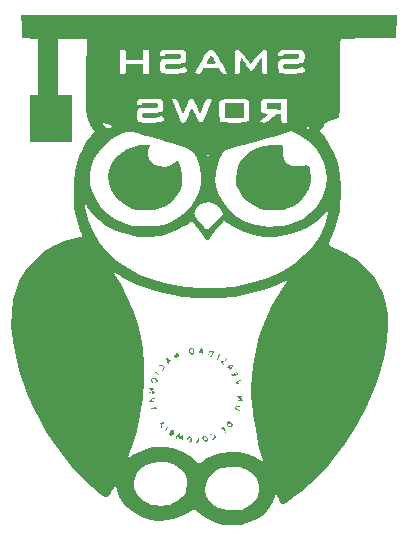
<source format=gbr>
%TF.GenerationSoftware,KiCad,Pcbnew,(6.0.7)*%
%TF.CreationDate,2022-10-18T09:36:58-05:00*%
%TF.ProjectId,ESP32,45535033-322e-46b6-9963-61645f706362,rev?*%
%TF.SameCoordinates,Original*%
%TF.FileFunction,Legend,Bot*%
%TF.FilePolarity,Positive*%
%FSLAX46Y46*%
G04 Gerber Fmt 4.6, Leading zero omitted, Abs format (unit mm)*
G04 Created by KiCad (PCBNEW (6.0.7)) date 2022-10-18 09:36:58*
%MOMM*%
%LPD*%
G01*
G04 APERTURE LIST*
%ADD10C,0.300000*%
G04 APERTURE END LIST*
D10*
%TO.C,G\u002A\u002A\u002A*%
X129457428Y-106038000D02*
X129312285Y-105965428D01*
X129094571Y-105965428D01*
X128876857Y-106038000D01*
X128731714Y-106183142D01*
X128659142Y-106328285D01*
X128586571Y-106618571D01*
X128586571Y-106836285D01*
X128659142Y-107126571D01*
X128731714Y-107271714D01*
X128876857Y-107416857D01*
X129094571Y-107489428D01*
X129239714Y-107489428D01*
X129457428Y-107416857D01*
X129530000Y-107344285D01*
X129530000Y-106836285D01*
X129239714Y-106836285D01*
X130400857Y-105965428D02*
X130400857Y-106328285D01*
X130038000Y-106183142D02*
X130400857Y-106328285D01*
X130763714Y-106183142D01*
X130183142Y-106618571D02*
X130400857Y-106328285D01*
X130618571Y-106618571D01*
X131562000Y-105965428D02*
X131562000Y-106328285D01*
X131199142Y-106183142D02*
X131562000Y-106328285D01*
X131924857Y-106183142D01*
X131344285Y-106618571D02*
X131562000Y-106328285D01*
X131779714Y-106618571D01*
X132723142Y-105965428D02*
X132723142Y-106328285D01*
X132360285Y-106183142D02*
X132723142Y-106328285D01*
X133086000Y-106183142D01*
X132505428Y-106618571D02*
X132723142Y-106328285D01*
X132940857Y-106618571D01*
G36*
X121026814Y-117626397D02*
G01*
X120985837Y-117737292D01*
X120834445Y-117762666D01*
X120745645Y-117747960D01*
X120597453Y-117639365D01*
X120535259Y-117476895D01*
X120562388Y-117404829D01*
X120667532Y-117404829D01*
X120668120Y-117559277D01*
X120671627Y-117567920D01*
X120776252Y-117670269D01*
X120894363Y-117646009D01*
X120950502Y-117508666D01*
X120929117Y-117409942D01*
X120837236Y-117339333D01*
X120807746Y-117340328D01*
X120667532Y-117404829D01*
X120562388Y-117404829D01*
X120593241Y-117322870D01*
X120621522Y-117298352D01*
X120787666Y-117256153D01*
X120939163Y-117342667D01*
X121010455Y-117508666D01*
X121019857Y-117530557D01*
X121026814Y-117626397D01*
G37*
G36*
X116486529Y-114107820D02*
G01*
X116354107Y-114167213D01*
X116341226Y-114171296D01*
X116228795Y-114216147D01*
X116248483Y-114262595D01*
X116411417Y-114345200D01*
X116556882Y-114416698D01*
X116574311Y-114440988D01*
X116448161Y-114420412D01*
X116291772Y-114393814D01*
X116129599Y-114377156D01*
X116090846Y-114371805D01*
X116023412Y-114304923D01*
X116023444Y-114303665D01*
X116093129Y-114223793D01*
X116246457Y-114133976D01*
X116409421Y-114070278D01*
X116508016Y-114068766D01*
X116486529Y-114107820D01*
G37*
G36*
X117357832Y-116175166D02*
G01*
X117334402Y-116214741D01*
X117217014Y-116257735D01*
X117178343Y-116256244D01*
X117168934Y-116321235D01*
X117182324Y-116350205D01*
X117170235Y-116492666D01*
X117155225Y-116514991D01*
X117077545Y-116575232D01*
X117052870Y-116513833D01*
X117059537Y-116456824D01*
X117025218Y-116304859D01*
X116894148Y-116289505D01*
X116881343Y-116293151D01*
X116853734Y-116280808D01*
X116957860Y-116205181D01*
X117008513Y-116175551D01*
X117213634Y-116087939D01*
X117340922Y-116086996D01*
X117357832Y-116175166D01*
G37*
G36*
X116164995Y-113557555D02*
G01*
X116178285Y-113583021D01*
X116108362Y-113614000D01*
X116063389Y-113607889D01*
X116051728Y-113557555D01*
X116064179Y-113547422D01*
X116164995Y-113557555D01*
G37*
G36*
X121549281Y-117086728D02*
G01*
X121643170Y-117170802D01*
X121673150Y-117327679D01*
X121621165Y-117477064D01*
X121560304Y-117534500D01*
X121428562Y-117590758D01*
X121401567Y-117570266D01*
X121482000Y-117501571D01*
X121582260Y-117399486D01*
X121542724Y-117250146D01*
X121503462Y-117146019D01*
X121533073Y-117085333D01*
X121549281Y-117086728D01*
G37*
G36*
X118559485Y-110360972D02*
G01*
X118611823Y-110483632D01*
X118650930Y-110615680D01*
X118622191Y-110620021D01*
X118529432Y-110481333D01*
X118408028Y-110269666D01*
X118405017Y-110502500D01*
X118402086Y-110566925D01*
X118357704Y-110712894D01*
X118272620Y-110698934D01*
X118162615Y-110523666D01*
X118117119Y-110376734D01*
X118142750Y-110312000D01*
X118189398Y-110334624D01*
X118258499Y-110460166D01*
X118265732Y-110486612D01*
X118293089Y-110535962D01*
X118307203Y-110422830D01*
X118309354Y-110392505D01*
X118360249Y-110223229D01*
X118452029Y-110210658D01*
X118559485Y-110360972D01*
G37*
G36*
X117664437Y-116492823D02*
G01*
X117664267Y-116555082D01*
X117577712Y-116696041D01*
X117575615Y-116698829D01*
X117461139Y-116832897D01*
X117397961Y-116873619D01*
X117402576Y-116813882D01*
X117475386Y-116681904D01*
X117577911Y-116551595D01*
X117661859Y-116492666D01*
X117664437Y-116492823D01*
G37*
G36*
X123515202Y-111905199D02*
G01*
X123539664Y-111931375D01*
X123570534Y-112028903D01*
X123461523Y-112138033D01*
X123324246Y-112221878D01*
X123146937Y-112243009D01*
X123035829Y-112111166D01*
X123030204Y-112096238D01*
X123012918Y-112012943D01*
X123086205Y-112068833D01*
X123199136Y-112156291D01*
X123281311Y-112153151D01*
X123268051Y-112026500D01*
X123245255Y-111960606D01*
X123258494Y-111924439D01*
X123371572Y-112005333D01*
X123447712Y-112063839D01*
X123501223Y-112077976D01*
X123467395Y-111963000D01*
X123452135Y-111920914D01*
X123440271Y-111845384D01*
X123515202Y-111905199D01*
G37*
G36*
X122866962Y-116033311D02*
G01*
X123008165Y-116138611D01*
X123112138Y-116279551D01*
X123122019Y-116399459D01*
X123098516Y-116432071D01*
X123012601Y-116492666D01*
X123001742Y-116490994D01*
X123016878Y-116436956D01*
X123022762Y-116429754D01*
X123012282Y-116326354D01*
X122922734Y-116209538D01*
X122808997Y-116154000D01*
X122797259Y-116154876D01*
X122737961Y-116224514D01*
X122755546Y-116346343D01*
X122840636Y-116436593D01*
X122878662Y-116464298D01*
X122798161Y-116485982D01*
X122710689Y-116448282D01*
X122650530Y-116312101D01*
X122658391Y-116145371D01*
X122743017Y-116021721D01*
X122745391Y-116020325D01*
X122866962Y-116033311D01*
G37*
G36*
X122030564Y-110344253D02*
G01*
X122022186Y-110441133D01*
X121936974Y-110605691D01*
X121853281Y-110724492D01*
X121765216Y-110812488D01*
X121759329Y-110755118D01*
X121846558Y-110558131D01*
X121865760Y-110522455D01*
X121964889Y-110377712D01*
X122030146Y-110343822D01*
X122030564Y-110344253D01*
G37*
G36*
X123644158Y-114726571D02*
G01*
X123838796Y-114805766D01*
X123878710Y-114837704D01*
X123859157Y-114864370D01*
X123690134Y-114840076D01*
X123548668Y-114824851D01*
X123422537Y-114862447D01*
X123445076Y-114949915D01*
X123626422Y-115053333D01*
X123769173Y-115120522D01*
X123838796Y-115183943D01*
X123802005Y-115203163D01*
X123669203Y-115181357D01*
X123505476Y-115123210D01*
X123381530Y-115049508D01*
X123373900Y-115041889D01*
X123340152Y-114908605D01*
X123415242Y-114775594D01*
X123560043Y-114715963D01*
X123644158Y-114726571D01*
G37*
G36*
X124093646Y-90330666D02*
G01*
X122479599Y-90330666D01*
X122479599Y-89060666D01*
X124093646Y-89060666D01*
X124093646Y-90330666D01*
G37*
G36*
X117239075Y-111276798D02*
G01*
X117352304Y-111371411D01*
X117362340Y-111459221D01*
X117296761Y-111625411D01*
X117231890Y-111694812D01*
X117149431Y-111751333D01*
X117143718Y-111729009D01*
X117209621Y-111628042D01*
X117225430Y-111607770D01*
X117270149Y-111457297D01*
X117179671Y-111365439D01*
X116983949Y-111366866D01*
X116847229Y-111384019D01*
X116828331Y-111331393D01*
X116881831Y-111283056D01*
X117053087Y-111245119D01*
X117239075Y-111276798D01*
G37*
G36*
X122546820Y-110701588D02*
G01*
X122607488Y-110794854D01*
X122555976Y-110906384D01*
X122410928Y-110974702D01*
X122343000Y-110986166D01*
X122265332Y-111034439D01*
X122325978Y-111144036D01*
X122369336Y-111200303D01*
X122388954Y-111242531D01*
X122288462Y-111169466D01*
X122158821Y-111032338D01*
X122177031Y-110938112D01*
X122352174Y-110904666D01*
X122508708Y-110874762D01*
X122565043Y-110796186D01*
X122477475Y-110706405D01*
X122449347Y-110688765D01*
X122498713Y-110685238D01*
X122546820Y-110701588D01*
G37*
G36*
X123838796Y-112501740D02*
G01*
X123823818Y-112544115D01*
X123711372Y-112628617D01*
X123600435Y-112706469D01*
X123615355Y-112805761D01*
X123775084Y-112876914D01*
X123839114Y-112889729D01*
X123898248Y-112910512D01*
X123796322Y-112919185D01*
X123693384Y-112914173D01*
X123473952Y-112864776D01*
X123473271Y-112864508D01*
X123391107Y-112813440D01*
X123421710Y-112741849D01*
X123580140Y-112614192D01*
X123633996Y-112576223D01*
X123780137Y-112495551D01*
X123838796Y-112501740D01*
G37*
G36*
X116547657Y-112828847D02*
G01*
X116370004Y-112825652D01*
X116237262Y-112724259D01*
X116212185Y-112575861D01*
X116294245Y-112575861D01*
X116357940Y-112687708D01*
X116503017Y-112756724D01*
X116642704Y-112714550D01*
X116655151Y-112697407D01*
X116637466Y-112588192D01*
X116530985Y-112478569D01*
X116389056Y-112428666D01*
X116325038Y-112451260D01*
X116294245Y-112575861D01*
X116212185Y-112575861D01*
X116207058Y-112545521D01*
X116225207Y-112491884D01*
X116354108Y-112381624D01*
X116536248Y-112369469D01*
X116699608Y-112466914D01*
X116765432Y-112590661D01*
X116715831Y-112697407D01*
X116703010Y-112725000D01*
X116547657Y-112828847D01*
G37*
G36*
X115645212Y-92616678D02*
G01*
X115951491Y-92628249D01*
X116109706Y-92670565D01*
X116140093Y-92756924D01*
X116062888Y-92900627D01*
X116050321Y-92920155D01*
X115970920Y-93137541D01*
X115938462Y-93400784D01*
X115941572Y-93465069D01*
X116047261Y-93798106D01*
X116274017Y-94101835D01*
X116582030Y-94334083D01*
X116931487Y-94452678D01*
X117273791Y-94472700D01*
X117751311Y-94392936D01*
X118135683Y-94179631D01*
X118179662Y-94143384D01*
X118342691Y-94020817D01*
X118433781Y-93971333D01*
X118460959Y-93991606D01*
X118553692Y-94121270D01*
X118674504Y-94331166D01*
X118791680Y-94641906D01*
X118870187Y-95113427D01*
X118876169Y-95624081D01*
X118809727Y-96111004D01*
X118670963Y-96511333D01*
X118495706Y-96806422D01*
X118032446Y-97346011D01*
X117446703Y-97775118D01*
X116750105Y-98084224D01*
X116513882Y-98135855D01*
X116115130Y-98172519D01*
X115641138Y-98176767D01*
X115640872Y-98176760D01*
X115226753Y-98156561D01*
X114913885Y-98112659D01*
X114633908Y-98030523D01*
X114318458Y-97895621D01*
X114153216Y-97813341D01*
X113577833Y-97427799D01*
X113131478Y-96962911D01*
X112816391Y-96439222D01*
X112634811Y-95877273D01*
X112588978Y-95297607D01*
X112681132Y-94720768D01*
X112913512Y-94167299D01*
X113288358Y-93657741D01*
X113807910Y-93212638D01*
X114206974Y-92990360D01*
X114695839Y-92798195D01*
X115194079Y-92665909D01*
X115630844Y-92616666D01*
X115645212Y-92616678D01*
G37*
G36*
X116405686Y-113355890D02*
G01*
X116346082Y-113359869D01*
X116286173Y-113383424D01*
X116384449Y-113451448D01*
X116468382Y-113514317D01*
X116533111Y-113618207D01*
X116516935Y-113656622D01*
X116400673Y-113698666D01*
X116339773Y-113687453D01*
X116317144Y-113619793D01*
X116300226Y-113531253D01*
X116178620Y-113410073D01*
X116093569Y-113341354D01*
X116081083Y-113317666D01*
X116193311Y-113317666D01*
X116235786Y-113360000D01*
X116278261Y-113317666D01*
X116235786Y-113275333D01*
X116193311Y-113317666D01*
X116081083Y-113317666D01*
X116042344Y-113244171D01*
X116129382Y-113211286D01*
X116336664Y-113259829D01*
X116429587Y-113295706D01*
X116461856Y-113317666D01*
X116492662Y-113338630D01*
X116405686Y-113355890D01*
G37*
G36*
X118625065Y-117027562D02*
G01*
X118656857Y-117180366D01*
X118657634Y-117224057D01*
X118687154Y-117309615D01*
X118786334Y-117252968D01*
X118803730Y-117238865D01*
X118919518Y-117177024D01*
X118958698Y-117248681D01*
X118929662Y-117466333D01*
X118918316Y-117518227D01*
X118877904Y-117625636D01*
X118845116Y-117567670D01*
X118795555Y-117466201D01*
X118692234Y-117514537D01*
X118662087Y-117537977D01*
X118589808Y-117550555D01*
X118571907Y-117418184D01*
X118569555Y-117311424D01*
X118540167Y-117276042D01*
X118447184Y-117386651D01*
X118409054Y-117434542D01*
X118332896Y-117497252D01*
X118334476Y-117421184D01*
X118415643Y-117216317D01*
X118438123Y-117169982D01*
X118544666Y-117025217D01*
X118625065Y-117027562D01*
G37*
G36*
X117985593Y-110946802D02*
G01*
X117948159Y-110954554D01*
X117820885Y-110955461D01*
X117741736Y-111094149D01*
X117736611Y-111113423D01*
X117699152Y-111209930D01*
X117654028Y-111176989D01*
X117575421Y-110999983D01*
X117526325Y-110862333D01*
X117637459Y-110862333D01*
X117679934Y-110904666D01*
X117722408Y-110862333D01*
X117679934Y-110820000D01*
X117637459Y-110862333D01*
X117526325Y-110862333D01*
X117511107Y-110819667D01*
X117507671Y-110690951D01*
X117609465Y-110692260D01*
X117825034Y-110817341D01*
X117889105Y-110862333D01*
X117897561Y-110868271D01*
X117985593Y-110946802D01*
G37*
G36*
X116674722Y-111863278D02*
G01*
X116835436Y-111960307D01*
X116923922Y-112043630D01*
X116915385Y-112084614D01*
X116826251Y-112057336D01*
X116665537Y-111960307D01*
X116577051Y-111876983D01*
X116585588Y-111836000D01*
X116674722Y-111863278D01*
G37*
G36*
X121346935Y-117113555D02*
G01*
X121360225Y-117139021D01*
X121290301Y-117170000D01*
X121245329Y-117163889D01*
X121233668Y-117113555D01*
X121246119Y-117103422D01*
X121346935Y-117113555D01*
G37*
G36*
X127052567Y-92625920D02*
G01*
X127282996Y-92664270D01*
X127400710Y-92752025D01*
X127428180Y-92900876D01*
X127387872Y-93122512D01*
X127355553Y-93276162D01*
X127360504Y-93512010D01*
X127461226Y-93770823D01*
X127584088Y-93983106D01*
X127839320Y-94248590D01*
X128174104Y-94393228D01*
X128623298Y-94437000D01*
X128866532Y-94430427D01*
X129150223Y-94405894D01*
X129334124Y-94369431D01*
X129387211Y-94354487D01*
X129530909Y-94380917D01*
X129636359Y-94532813D01*
X129710316Y-94824480D01*
X129759536Y-95270225D01*
X129773919Y-95521230D01*
X129764859Y-95810577D01*
X129708179Y-96061846D01*
X129591868Y-96352586D01*
X129345252Y-96802798D01*
X128885833Y-97350874D01*
X128310950Y-97783699D01*
X127637240Y-98086514D01*
X127440862Y-98132780D01*
X127013725Y-98175641D01*
X126472241Y-98178955D01*
X126082987Y-98160575D01*
X125745743Y-98120072D01*
X125464715Y-98047685D01*
X125179469Y-97931862D01*
X124859130Y-97759093D01*
X124354056Y-97380984D01*
X123925238Y-96928529D01*
X123619198Y-96446027D01*
X123517362Y-96214138D01*
X123445655Y-95969698D01*
X123420204Y-95700383D01*
X123428753Y-95334659D01*
X123458682Y-95005341D01*
X123599765Y-94445009D01*
X123867705Y-93956704D01*
X124283486Y-93495270D01*
X124652948Y-93190766D01*
X125172576Y-92896218D01*
X125758274Y-92716492D01*
X126451312Y-92635215D01*
X126686955Y-92625285D01*
X127052567Y-92625920D01*
G37*
G36*
X123103742Y-111511629D02*
G01*
X123042782Y-111571220D01*
X122920054Y-111652664D01*
X122844764Y-111660618D01*
X122861873Y-111582000D01*
X122848626Y-111524607D01*
X122718225Y-111487511D01*
X122689341Y-111485873D01*
X122598479Y-111469501D01*
X122670736Y-111438970D01*
X122749423Y-111406503D01*
X122769921Y-111381688D01*
X122919375Y-111381688D01*
X122989298Y-111412666D01*
X123034270Y-111406556D01*
X123045931Y-111356222D01*
X123033480Y-111346089D01*
X122932665Y-111356222D01*
X122919375Y-111381688D01*
X122769921Y-111381688D01*
X122819398Y-111321791D01*
X122823012Y-111304818D01*
X122914618Y-111252693D01*
X123065160Y-111249356D01*
X123187700Y-111299962D01*
X123189783Y-111356222D01*
X123190466Y-111374682D01*
X123103742Y-111511629D01*
G37*
G36*
X123761918Y-113877821D02*
G01*
X123814122Y-113880420D01*
X123927985Y-113899775D01*
X123896097Y-113927593D01*
X123813281Y-113953423D01*
X123790359Y-114007920D01*
X123888026Y-114129438D01*
X123903494Y-114146533D01*
X123978339Y-114245675D01*
X123934215Y-114281636D01*
X123745775Y-114281511D01*
X123693571Y-114278912D01*
X123579709Y-114259557D01*
X123611596Y-114231739D01*
X123694412Y-114205910D01*
X123717334Y-114151412D01*
X123619667Y-114029894D01*
X123604199Y-114012800D01*
X123529354Y-113913658D01*
X123573478Y-113877697D01*
X123761918Y-113877821D01*
G37*
G36*
X122353122Y-116524525D02*
G01*
X122478204Y-116660508D01*
X122488396Y-116674117D01*
X122582077Y-116852497D01*
X122546462Y-116980054D01*
X122492643Y-117029239D01*
X122406242Y-117040442D01*
X122399448Y-117001998D01*
X122482059Y-116912692D01*
X122527383Y-116876461D01*
X122517502Y-116822373D01*
X122373412Y-116821307D01*
X122349786Y-116816480D01*
X122330937Y-116725500D01*
X122324168Y-116675913D01*
X122224750Y-116646880D01*
X122213843Y-116649147D01*
X122142723Y-116646089D01*
X122208099Y-116562214D01*
X122259719Y-116519630D01*
X122353122Y-116524525D01*
G37*
G36*
X121514947Y-85340170D02*
G01*
X121579621Y-85455467D01*
X121676801Y-85638108D01*
X121715051Y-85724975D01*
X121685607Y-85737227D01*
X121530671Y-85752641D01*
X121287313Y-85758666D01*
X121076636Y-85754743D01*
X120947481Y-85723919D01*
X120926338Y-85637524D01*
X121008277Y-85466894D01*
X121188367Y-85183361D01*
X121314844Y-84989057D01*
X121514947Y-85340170D01*
G37*
G36*
X132188190Y-89311709D02*
G01*
X132174602Y-89608772D01*
X132121405Y-90368545D01*
X131569231Y-90531267D01*
X131287617Y-90622665D01*
X131079219Y-90706169D01*
X130989673Y-90763540D01*
X130976472Y-90790176D01*
X130888933Y-90934531D01*
X130829335Y-91024869D01*
X130758334Y-91132490D01*
X130755281Y-91137118D01*
X130548273Y-91441144D01*
X130921177Y-91965405D01*
X131293724Y-92531935D01*
X131713452Y-93346515D01*
X132011567Y-94203398D01*
X132209909Y-95156666D01*
X132254208Y-95521233D01*
X132280758Y-95739736D01*
X132321304Y-96800138D01*
X132253209Y-97843550D01*
X132177922Y-98278397D01*
X132080962Y-98838422D01*
X131809050Y-99753203D01*
X131441959Y-100556343D01*
X131343004Y-100754685D01*
X131277705Y-101017422D01*
X131346446Y-101191802D01*
X131551038Y-101290002D01*
X131686867Y-101336135D01*
X131951710Y-101446162D01*
X132292152Y-101599668D01*
X132667332Y-101778762D01*
X132710005Y-101799757D01*
X133098550Y-102000150D01*
X133412255Y-102188376D01*
X133698348Y-102398847D01*
X134004061Y-102665976D01*
X134376623Y-103024176D01*
X134686715Y-103335653D01*
X134975983Y-103650535D01*
X135195086Y-103930735D01*
X135271097Y-104051371D01*
X135376181Y-104218147D01*
X135551427Y-104554666D01*
X135824874Y-105184092D01*
X136105006Y-106096901D01*
X136262679Y-107054129D01*
X136298150Y-108070630D01*
X136211676Y-109161261D01*
X136003515Y-110340877D01*
X135673923Y-111624333D01*
X135236795Y-112959201D01*
X134510402Y-114706620D01*
X133631334Y-116385454D01*
X132604842Y-117985944D01*
X131436178Y-119498333D01*
X131249032Y-119718000D01*
X130705173Y-120329855D01*
X130185068Y-120866689D01*
X129637370Y-121379776D01*
X129058465Y-121879212D01*
X129010736Y-121920389D01*
X128891997Y-122019015D01*
X128418555Y-122397184D01*
X128009313Y-122699427D01*
X127679211Y-122915775D01*
X127443191Y-123036261D01*
X127316193Y-123050917D01*
X127279615Y-123016371D01*
X127171707Y-122854681D01*
X127054845Y-122623580D01*
X127038664Y-122587416D01*
X126907197Y-122328220D01*
X126811954Y-122226734D01*
X126742094Y-122278726D01*
X126686776Y-122479969D01*
X126662425Y-122576422D01*
X126519742Y-122909910D01*
X126296711Y-123283129D01*
X126028111Y-123642200D01*
X125748721Y-123933241D01*
X125618379Y-124036524D01*
X125226430Y-124281362D01*
X124762795Y-124509209D01*
X124294510Y-124689176D01*
X123888613Y-124790371D01*
X123150259Y-124848616D01*
X122318276Y-124785976D01*
X121551203Y-124584541D01*
X120865639Y-124248939D01*
X120278186Y-123783799D01*
X120084275Y-123598207D01*
X119940753Y-123491946D01*
X119834953Y-123473858D01*
X119726012Y-123524773D01*
X119154605Y-123867807D01*
X118597572Y-124143797D01*
X118081152Y-124323849D01*
X117564871Y-124421761D01*
X117008259Y-124451333D01*
X116848282Y-124448029D01*
X116131342Y-124353396D01*
X115449316Y-124139936D01*
X114824415Y-123823444D01*
X114278849Y-123419712D01*
X113834829Y-122944535D01*
X113514563Y-122413705D01*
X113340262Y-121843017D01*
X113323292Y-121751268D01*
X113269760Y-121562946D01*
X113217282Y-121488000D01*
X113171175Y-121521978D01*
X113058356Y-121668036D01*
X112919025Y-121890166D01*
X112796076Y-122102229D01*
X112634954Y-122354459D01*
X112503789Y-122478856D01*
X112366677Y-122486546D01*
X112187714Y-122388651D01*
X111930996Y-122196298D01*
X111219642Y-121607657D01*
X110842154Y-121248453D01*
X114734974Y-121248453D01*
X114786945Y-121715441D01*
X114993913Y-122178156D01*
X115277783Y-122543994D01*
X115625594Y-122818557D01*
X116088843Y-123040305D01*
X116245527Y-123087718D01*
X116625886Y-123149103D01*
X117061391Y-123173724D01*
X117479559Y-123158968D01*
X117807908Y-123102225D01*
X117930802Y-123061227D01*
X118412142Y-122813735D01*
X118866529Y-122424989D01*
X118911534Y-122378361D01*
X119073754Y-122192493D01*
X119165844Y-122022913D01*
X119206767Y-121832990D01*
X120776618Y-121832990D01*
X120861761Y-122282395D01*
X120877568Y-122320150D01*
X121051589Y-122596638D01*
X121316489Y-122897798D01*
X121622944Y-123172952D01*
X121921630Y-123371416D01*
X121951649Y-123385983D01*
X122271077Y-123486044D01*
X122687638Y-123553855D01*
X123138596Y-123584773D01*
X123561217Y-123574153D01*
X123892764Y-123517350D01*
X124184295Y-123396907D01*
X124584173Y-123145519D01*
X124932614Y-122835380D01*
X125171914Y-122511849D01*
X125236662Y-122375831D01*
X125365756Y-121879212D01*
X125334542Y-121391956D01*
X125149964Y-120933705D01*
X124818967Y-120524103D01*
X124348495Y-120182790D01*
X124160987Y-120082236D01*
X123955501Y-119995445D01*
X123741791Y-119947145D01*
X123465995Y-119926305D01*
X123074248Y-119921900D01*
X123049775Y-119921922D01*
X122640933Y-119930013D01*
X122350209Y-119958013D01*
X122128681Y-120013732D01*
X121927425Y-120104981D01*
X121814993Y-120169281D01*
X121375394Y-120510286D01*
X121046853Y-120919517D01*
X120842788Y-121369558D01*
X120838413Y-121400202D01*
X120776618Y-121832990D01*
X119206767Y-121832990D01*
X119212205Y-121807754D01*
X119237239Y-121485153D01*
X119241477Y-121400202D01*
X119232432Y-120964482D01*
X119148666Y-120628611D01*
X118969432Y-120339515D01*
X118673985Y-120044118D01*
X118597257Y-119979597D01*
X118074837Y-119664414D01*
X117472119Y-119496799D01*
X116785929Y-119475797D01*
X116339156Y-119544491D01*
X115813678Y-119734957D01*
X115377352Y-120020445D01*
X115043347Y-120381096D01*
X114824831Y-120797052D01*
X114734974Y-121248453D01*
X110842154Y-121248453D01*
X110340999Y-120771571D01*
X109471137Y-119830670D01*
X108639384Y-118817015D01*
X107875071Y-117762666D01*
X107356145Y-116965219D01*
X106775698Y-115968318D01*
X106268902Y-114955048D01*
X105810711Y-113874422D01*
X105376081Y-112675455D01*
X105161136Y-112010774D01*
X104773323Y-110583437D01*
X104519518Y-109250453D01*
X104399300Y-108005621D01*
X104412245Y-106842738D01*
X104557933Y-105755599D01*
X104835941Y-104738003D01*
X104840116Y-104726085D01*
X105157915Y-103980656D01*
X105471359Y-103468318D01*
X113092990Y-103468318D01*
X113099718Y-103497231D01*
X113172875Y-103642045D01*
X113308665Y-103878444D01*
X113488706Y-104173666D01*
X113642358Y-104426860D01*
X114201873Y-105480564D01*
X114694596Y-106617799D01*
X115096399Y-107778346D01*
X115383156Y-108901987D01*
X115544465Y-109919301D01*
X115640260Y-111239034D01*
X115630330Y-112627978D01*
X115517434Y-114053756D01*
X115304329Y-115483993D01*
X114993775Y-116886310D01*
X114588530Y-118228333D01*
X114554866Y-118324870D01*
X114438932Y-118651068D01*
X114341179Y-118917189D01*
X114279911Y-119073129D01*
X114268385Y-119103497D01*
X114285902Y-119145013D01*
X114401614Y-119089270D01*
X114631042Y-118929936D01*
X115004540Y-118697566D01*
X115632836Y-118427030D01*
X116311076Y-118249674D01*
X116974677Y-118186000D01*
X117600087Y-118234208D01*
X118288608Y-118390266D01*
X118934525Y-118638865D01*
X119497434Y-118964125D01*
X119936930Y-119350166D01*
X120002926Y-119421734D01*
X120155248Y-119564092D01*
X120247071Y-119616614D01*
X120313977Y-119585942D01*
X120488357Y-119479954D01*
X120717941Y-119325972D01*
X120956106Y-119170674D01*
X121537375Y-118884725D01*
X122170632Y-118709495D01*
X122904889Y-118629373D01*
X123063201Y-118622565D01*
X123438757Y-118617911D01*
X123738042Y-118642788D01*
X124030117Y-118705910D01*
X124384047Y-118815991D01*
X124456524Y-118840730D01*
X124800594Y-118970460D01*
X125097117Y-119100484D01*
X125288594Y-119206010D01*
X125408855Y-119286378D01*
X125587220Y-119367397D01*
X125656182Y-119321372D01*
X125618240Y-119147861D01*
X125613270Y-119134676D01*
X125511529Y-118813067D01*
X125396016Y-118369380D01*
X125276148Y-117846856D01*
X125161345Y-117288735D01*
X125061023Y-116738259D01*
X124984601Y-116238666D01*
X124941143Y-115917956D01*
X124877348Y-115461557D01*
X124817891Y-115050963D01*
X124771500Y-114747238D01*
X124750950Y-114604326D01*
X124700656Y-113927652D01*
X124702945Y-113138561D01*
X124753995Y-112274867D01*
X124849986Y-111374383D01*
X124987097Y-110474924D01*
X125161506Y-109614302D01*
X125369393Y-108830333D01*
X125836347Y-107526685D01*
X126481179Y-106173241D01*
X127285211Y-104845337D01*
X127817824Y-104051371D01*
X127251220Y-104334508D01*
X127070799Y-104421420D01*
X126263627Y-104750432D01*
X125337348Y-105046957D01*
X124331751Y-105299341D01*
X123286623Y-105495928D01*
X122925771Y-105537603D01*
X122395863Y-105572112D01*
X121775595Y-105593393D01*
X121106838Y-105601408D01*
X120431458Y-105596117D01*
X119791326Y-105577484D01*
X119228311Y-105545470D01*
X118784281Y-105500037D01*
X118575629Y-105469303D01*
X117252671Y-105208860D01*
X116003219Y-104849081D01*
X114853868Y-104398735D01*
X113831211Y-103866593D01*
X113635275Y-103750775D01*
X113364037Y-103597050D01*
X113172438Y-103497051D01*
X113092990Y-103468318D01*
X105471359Y-103468318D01*
X105573924Y-103300672D01*
X106121213Y-102631945D01*
X106705912Y-102056231D01*
X107354060Y-101563609D01*
X108103885Y-101135299D01*
X108330949Y-101029095D01*
X108714133Y-100872603D01*
X109125768Y-100724588D01*
X109528871Y-100596548D01*
X109886454Y-100499981D01*
X110161532Y-100446385D01*
X110317119Y-100447258D01*
X110325156Y-100450330D01*
X110377442Y-100465495D01*
X110401213Y-100445303D01*
X110390469Y-100365030D01*
X110339204Y-100199956D01*
X110241416Y-99925357D01*
X110091102Y-99516513D01*
X109910526Y-98968617D01*
X109774557Y-98388901D01*
X109693775Y-97776902D01*
X109691176Y-97719686D01*
X110623288Y-97719686D01*
X110655948Y-97934404D01*
X110716309Y-98229762D01*
X110795030Y-98563625D01*
X110882768Y-98893860D01*
X110970178Y-99178333D01*
X111280364Y-99939157D01*
X111813594Y-100859447D01*
X112486898Y-101693562D01*
X113294648Y-102437721D01*
X114231216Y-103088142D01*
X115290975Y-103641043D01*
X116468296Y-104092643D01*
X117757551Y-104439160D01*
X119153112Y-104676812D01*
X120438706Y-104780302D01*
X121846826Y-104766472D01*
X123237099Y-104624896D01*
X124581882Y-104359790D01*
X125853534Y-103975374D01*
X127024415Y-103475864D01*
X127370662Y-103293609D01*
X128332471Y-102679463D01*
X129180698Y-101968743D01*
X129902683Y-101174735D01*
X130485769Y-100310725D01*
X130917297Y-99390000D01*
X131017907Y-99100956D01*
X131119030Y-98761969D01*
X131186963Y-98475974D01*
X131213537Y-98278397D01*
X131190585Y-98204666D01*
X131150694Y-98229265D01*
X131021435Y-98348883D01*
X130845115Y-98534437D01*
X130206847Y-99134173D01*
X129427397Y-99657789D01*
X128575219Y-100048567D01*
X127670172Y-100304126D01*
X126732117Y-100422081D01*
X125780913Y-100400050D01*
X124836421Y-100235648D01*
X123918502Y-99926494D01*
X123047015Y-99470204D01*
X122889122Y-99371250D01*
X122622029Y-99206959D01*
X122430888Y-99093599D01*
X122349283Y-99051333D01*
X122347158Y-99052172D01*
X122276177Y-99129218D01*
X122126158Y-99313317D01*
X121917594Y-99578825D01*
X121670979Y-99900101D01*
X121640917Y-99939483D01*
X121393015Y-100250322D01*
X121178633Y-100495810D01*
X121019818Y-100652016D01*
X120938616Y-100695012D01*
X120863668Y-100617900D01*
X120708501Y-100430202D01*
X120498695Y-100162387D01*
X120257696Y-99843768D01*
X119664209Y-99046382D01*
X119402311Y-99266021D01*
X119230914Y-99393036D01*
X118858394Y-99617598D01*
X118414294Y-99843933D01*
X117954989Y-100044111D01*
X117536853Y-100190205D01*
X117023475Y-100314020D01*
X116063961Y-100424856D01*
X115094388Y-100392662D01*
X114145696Y-100221740D01*
X113248825Y-99916391D01*
X112434716Y-99480917D01*
X112211379Y-99325970D01*
X111768244Y-98970721D01*
X111360692Y-98585588D01*
X111026476Y-98207750D01*
X110803349Y-97874386D01*
X110777353Y-97825778D01*
X110681650Y-97673627D01*
X110626551Y-97628648D01*
X110623288Y-97719686D01*
X109691176Y-97719686D01*
X109662494Y-97088376D01*
X109675026Y-96279079D01*
X109718568Y-95534862D01*
X109752099Y-95261772D01*
X111039877Y-95261772D01*
X111080393Y-95991651D01*
X111267956Y-96711201D01*
X111605717Y-97401892D01*
X112096826Y-98045196D01*
X112580669Y-98505334D01*
X113190146Y-98927954D01*
X113910723Y-99274453D01*
X114165243Y-99368414D01*
X114415165Y-99434886D01*
X114700388Y-99478719D01*
X115065775Y-99506767D01*
X115556188Y-99525887D01*
X115949678Y-99533882D01*
X116437109Y-99526705D01*
X116810948Y-99494182D01*
X117104440Y-99434348D01*
X117523674Y-99298139D01*
X118287009Y-98941603D01*
X118950945Y-98484070D01*
X119014749Y-98421818D01*
X119884722Y-98421818D01*
X119895867Y-98539283D01*
X119967678Y-98677300D01*
X120117093Y-98871613D01*
X120361047Y-99157967D01*
X120496612Y-99313798D01*
X120709833Y-99552668D01*
X120867017Y-99720620D01*
X120941312Y-99788478D01*
X120995578Y-99758904D01*
X121151670Y-99633731D01*
X121380244Y-99432367D01*
X121653974Y-99178212D01*
X122314971Y-98550468D01*
X122195859Y-98271734D01*
X122115898Y-98114875D01*
X121849757Y-97802867D01*
X121513281Y-97600706D01*
X121139456Y-97508721D01*
X120761268Y-97527241D01*
X120411705Y-97656595D01*
X120123754Y-97897114D01*
X119930401Y-98249124D01*
X119917305Y-98289160D01*
X119884722Y-98421818D01*
X119014749Y-98421818D01*
X119506951Y-97941592D01*
X119946493Y-97330220D01*
X120261039Y-96666006D01*
X120442056Y-95964999D01*
X120465369Y-95533070D01*
X121657070Y-95533070D01*
X121707499Y-96094076D01*
X121710962Y-96110524D01*
X121957519Y-96872276D01*
X122351110Y-97572069D01*
X122875449Y-98193752D01*
X123307494Y-98550468D01*
X123514253Y-98721178D01*
X124251235Y-99138196D01*
X125070112Y-99428657D01*
X125204302Y-99458853D01*
X125674113Y-99521454D01*
X126224312Y-99549240D01*
X126793217Y-99542303D01*
X127319143Y-99500735D01*
X127740405Y-99424631D01*
X128274713Y-99248105D01*
X129037694Y-98868815D01*
X129712979Y-98374021D01*
X130276838Y-97782230D01*
X130705542Y-97111951D01*
X130894142Y-96693837D01*
X131065564Y-96112943D01*
X131117171Y-95521233D01*
X131058827Y-94855699D01*
X130886716Y-94165952D01*
X130549877Y-93452255D01*
X130071982Y-92813561D01*
X129464966Y-92265482D01*
X128740762Y-91823627D01*
X128082283Y-91499351D01*
X126873751Y-91841608D01*
X126571040Y-91927082D01*
X125995195Y-92088828D01*
X125351410Y-92268863D01*
X124698373Y-92450786D01*
X124094775Y-92618198D01*
X124071283Y-92624702D01*
X123577067Y-92764560D01*
X123137343Y-92894505D01*
X122779503Y-93006013D01*
X122530939Y-93090560D01*
X122419043Y-93139622D01*
X122416794Y-93141554D01*
X122327480Y-93263253D01*
X122197392Y-93490231D01*
X122187092Y-93510663D01*
X122053869Y-93774928D01*
X121862026Y-94268202D01*
X121711502Y-94904878D01*
X121682182Y-95243252D01*
X121657070Y-95533070D01*
X120465369Y-95533070D01*
X120481012Y-95243252D01*
X120369375Y-94516816D01*
X120098612Y-93801742D01*
X120070449Y-93745725D01*
X119927292Y-93474556D01*
X119916593Y-93458336D01*
X120950502Y-93458336D01*
X120953743Y-93482090D01*
X121035452Y-93590333D01*
X121079219Y-93598298D01*
X121120402Y-93510663D01*
X121110005Y-93447582D01*
X121035452Y-93378666D01*
X121015297Y-93380947D01*
X120950502Y-93458336D01*
X119916593Y-93458336D01*
X119791762Y-93269079D01*
X119635391Y-93110491D01*
X119429709Y-92979988D01*
X119146247Y-92858768D01*
X118756536Y-92728028D01*
X118232107Y-92568963D01*
X117949929Y-92484886D01*
X117516514Y-92356391D01*
X117150017Y-92248522D01*
X116882365Y-92170660D01*
X116745485Y-92132186D01*
X116728398Y-92127655D01*
X116557314Y-92079426D01*
X116266776Y-91995441D01*
X115892759Y-91886150D01*
X115471238Y-91762006D01*
X115109042Y-91656558D01*
X114706516Y-91553754D01*
X114391289Y-91508543D01*
X114119526Y-91525155D01*
X113847390Y-91607820D01*
X113531045Y-91760766D01*
X113126654Y-91988224D01*
X112932750Y-92105946D01*
X112285283Y-92609539D01*
X111769112Y-93195447D01*
X111387387Y-93845141D01*
X111143259Y-94540092D01*
X111039877Y-95261772D01*
X109752099Y-95261772D01*
X109805823Y-94824220D01*
X109943782Y-94193820D01*
X110142633Y-93598261D01*
X110412562Y-92992146D01*
X110447495Y-92922612D01*
X110659606Y-92537417D01*
X110891900Y-92162465D01*
X111100041Y-91870115D01*
X111450890Y-91430937D01*
X111231131Y-91170639D01*
X111188885Y-91118758D01*
X111062128Y-90934768D01*
X111011347Y-90812207D01*
X112119677Y-90812207D01*
X112162249Y-90901466D01*
X112285934Y-91050667D01*
X112364285Y-91132867D01*
X112490579Y-91234985D01*
X112608522Y-91232983D01*
X112719043Y-91177333D01*
X129403010Y-91177333D01*
X129420421Y-91202948D01*
X129487960Y-91262000D01*
X129500248Y-91258015D01*
X129572910Y-91177333D01*
X129579714Y-91132490D01*
X129487960Y-91092666D01*
X129423183Y-91105604D01*
X129403010Y-91177333D01*
X112719043Y-91177333D01*
X112793044Y-91140072D01*
X112902517Y-91074699D01*
X112923837Y-91024869D01*
X112823445Y-90974282D01*
X112580669Y-90899525D01*
X112420474Y-90855375D01*
X112216997Y-90810855D01*
X112122464Y-90807119D01*
X112119677Y-90812207D01*
X111011347Y-90812207D01*
X111010848Y-90811003D01*
X111010451Y-90803397D01*
X110964025Y-90657926D01*
X110864043Y-90457666D01*
X110837126Y-90405241D01*
X110804939Y-90313892D01*
X110787141Y-90225563D01*
X115004531Y-90225563D01*
X115031935Y-90485210D01*
X115105954Y-90652400D01*
X115123867Y-90665704D01*
X115306715Y-90714459D01*
X115652778Y-90744040D01*
X116157425Y-90754000D01*
X116346024Y-90753053D01*
X116769530Y-90737913D01*
X117053197Y-90698319D01*
X117218766Y-90626580D01*
X117287977Y-90515005D01*
X117282569Y-90355900D01*
X117281809Y-90352247D01*
X117202769Y-90245880D01*
X117063894Y-90179191D01*
X116931751Y-90170996D01*
X116872910Y-90240111D01*
X116872482Y-90244051D01*
X116779045Y-90290855D01*
X116533250Y-90320384D01*
X116150837Y-90330666D01*
X115803939Y-90328777D01*
X115589343Y-90316527D01*
X115477707Y-90284054D01*
X115435393Y-90221498D01*
X115428763Y-90119000D01*
X115428911Y-90087162D01*
X115440594Y-89999728D01*
X115494052Y-89946539D01*
X115621315Y-89919084D01*
X115854416Y-89908852D01*
X116225385Y-89907333D01*
X116231302Y-89907332D01*
X116626900Y-89901087D01*
X116887327Y-89879139D01*
X117046564Y-89836276D01*
X117138595Y-89767286D01*
X117191209Y-89668038D01*
X117238119Y-89435463D01*
X117240917Y-89169165D01*
X117200914Y-88935228D01*
X117119419Y-88799737D01*
X117050481Y-88778466D01*
X116831155Y-88750407D01*
X116512056Y-88730917D01*
X116135667Y-88723296D01*
X116131279Y-88723290D01*
X115707680Y-88728953D01*
X115421845Y-88750029D01*
X115242283Y-88790675D01*
X115137506Y-88855047D01*
X115118444Y-88875218D01*
X115025050Y-89031842D01*
X115009912Y-89170341D01*
X115082016Y-89230000D01*
X115132548Y-89235705D01*
X115294390Y-89281391D01*
X115378100Y-89292349D01*
X115428763Y-89196725D01*
X115428767Y-89195598D01*
X115455718Y-89126990D01*
X115556712Y-89085888D01*
X115763632Y-89065908D01*
X116108362Y-89060666D01*
X116394771Y-89061951D01*
X116618788Y-89072960D01*
X116735882Y-89104496D01*
X116780718Y-89167355D01*
X116787960Y-89272333D01*
X116787935Y-89288344D01*
X116779096Y-89383207D01*
X116731655Y-89441044D01*
X116612789Y-89471015D01*
X116389672Y-89482280D01*
X116029480Y-89484000D01*
X115776080Y-89486693D01*
X115456266Y-89505910D01*
X115254245Y-89547745D01*
X115137506Y-89617047D01*
X115081067Y-89707938D01*
X115021618Y-89943220D01*
X115004531Y-90225563D01*
X110787141Y-90225563D01*
X110779559Y-90187938D01*
X110760418Y-90010540D01*
X110746949Y-89764859D01*
X110738583Y-89434055D01*
X110734753Y-89001290D01*
X110734822Y-88722000D01*
X117990069Y-88722000D01*
X118333329Y-89589833D01*
X118447693Y-89881206D01*
X118576168Y-90214503D01*
X118671617Y-90469155D01*
X118687548Y-90515005D01*
X118719106Y-90605833D01*
X118780507Y-90694653D01*
X118952842Y-90754000D01*
X119057541Y-90730461D01*
X119152484Y-90637269D01*
X119255402Y-90443689D01*
X119387315Y-90119000D01*
X119421716Y-90030603D01*
X119538127Y-89752088D01*
X119632133Y-89557310D01*
X119685988Y-89484000D01*
X119694387Y-89488387D01*
X119761649Y-89593114D01*
X119866504Y-89808921D01*
X119990138Y-90097833D01*
X120036613Y-90210106D01*
X120178395Y-90508448D01*
X120299327Y-90675762D01*
X120416460Y-90737634D01*
X120474310Y-90737623D01*
X120535741Y-90706134D01*
X120603794Y-90624241D01*
X120687307Y-90473920D01*
X120795114Y-90237144D01*
X120936054Y-89895888D01*
X121118963Y-89432126D01*
X121134450Y-89392082D01*
X121972334Y-89392082D01*
X121983408Y-89797258D01*
X121995903Y-90062875D01*
X122026321Y-90384919D01*
X122072749Y-90579105D01*
X122139800Y-90671210D01*
X122144347Y-90673869D01*
X122299123Y-90711902D01*
X122573437Y-90737620D01*
X122925982Y-90751363D01*
X123315453Y-90753472D01*
X123700542Y-90744289D01*
X124039943Y-90724155D01*
X124142477Y-90711666D01*
X125330396Y-90711666D01*
X125658834Y-90738678D01*
X125818781Y-90743160D01*
X125981931Y-90704489D01*
X126151790Y-90591846D01*
X126381337Y-90378845D01*
X126524075Y-90245898D01*
X126791103Y-90053422D01*
X127006096Y-89992000D01*
X127080611Y-89993839D01*
X127185831Y-90027232D01*
X127228664Y-90138380D01*
X127236790Y-90373000D01*
X127238230Y-90516736D01*
X127260705Y-90679185D01*
X127334928Y-90742955D01*
X127491639Y-90754000D01*
X127746489Y-90754000D01*
X127746489Y-88722000D01*
X126748328Y-88723296D01*
X126372079Y-88729435D01*
X126017520Y-88746966D01*
X125754722Y-88773056D01*
X125622743Y-88804874D01*
X125582448Y-88842598D01*
X125516357Y-89027254D01*
X125495318Y-89357000D01*
X125510642Y-89644463D01*
X125542200Y-89738000D01*
X125582246Y-89856698D01*
X125735375Y-89961605D01*
X125994877Y-89990703D01*
X126054412Y-89991571D01*
X126141345Y-90005643D01*
X126134303Y-90055092D01*
X126019960Y-90162846D01*
X125784991Y-90351833D01*
X125330396Y-90711666D01*
X124142477Y-90711666D01*
X124292350Y-90693411D01*
X124416455Y-90652400D01*
X124421145Y-90647209D01*
X124474004Y-90490375D01*
X124507005Y-90182061D01*
X124518395Y-89738000D01*
X124518330Y-89700545D01*
X124505268Y-89266065D01*
X124470725Y-88968506D01*
X124416455Y-88823600D01*
X124384471Y-88803213D01*
X124181941Y-88758027D01*
X123812727Y-88730990D01*
X123275700Y-88722000D01*
X122821321Y-88724090D01*
X122450775Y-88743340D01*
X122204654Y-88799753D01*
X122168624Y-88827833D01*
X122058907Y-88913341D01*
X121989484Y-89104113D01*
X121972334Y-89392082D01*
X121134450Y-89392082D01*
X121352676Y-88827833D01*
X121321985Y-88750330D01*
X121134833Y-88722000D01*
X121052446Y-88724716D01*
X120943070Y-88755962D01*
X120855217Y-88848996D01*
X120763212Y-89036571D01*
X120641379Y-89351438D01*
X120608446Y-89438039D01*
X120496085Y-89708768D01*
X120405505Y-89890747D01*
X120353832Y-89948421D01*
X120348306Y-89943279D01*
X120285726Y-89831235D01*
X120185351Y-89609309D01*
X120066142Y-89318983D01*
X119966625Y-89077526D01*
X119855091Y-88859614D01*
X119755363Y-88751304D01*
X119645904Y-88722000D01*
X119551439Y-88743013D01*
X119455293Y-88835319D01*
X119350949Y-89029399D01*
X119218014Y-89355437D01*
X119182125Y-89447082D01*
X119065852Y-89716589D01*
X118971135Y-89896610D01*
X118915711Y-89952133D01*
X118910814Y-89947864D01*
X118850474Y-89835989D01*
X118758326Y-89611946D01*
X118652240Y-89318696D01*
X118622205Y-89231450D01*
X118519336Y-88957654D01*
X118434305Y-88804107D01*
X118342484Y-88736870D01*
X118219242Y-88722000D01*
X117990069Y-88722000D01*
X110734822Y-88722000D01*
X110734889Y-88449724D01*
X110738424Y-87762518D01*
X110744791Y-86922833D01*
X110747407Y-86605333D01*
X113559867Y-86605333D01*
X113814716Y-86605333D01*
X113940567Y-86600579D01*
X114029764Y-86557569D01*
X114063998Y-86432602D01*
X114069566Y-86182000D01*
X114069566Y-85758666D01*
X115513713Y-85758666D01*
X115513713Y-86182000D01*
X115516574Y-86391052D01*
X115542467Y-86539217D01*
X115617698Y-86596084D01*
X115768562Y-86605333D01*
X116023412Y-86605333D01*
X116023412Y-86076897D01*
X116958377Y-86076897D01*
X116985781Y-86336543D01*
X117059800Y-86503733D01*
X117077713Y-86517037D01*
X117260561Y-86565792D01*
X117606624Y-86595373D01*
X118111271Y-86605333D01*
X118299871Y-86604387D01*
X118723376Y-86589246D01*
X119007044Y-86549652D01*
X119009777Y-86548468D01*
X119931104Y-86548468D01*
X120001106Y-86588198D01*
X120175647Y-86605333D01*
X120237501Y-86603004D01*
X120409435Y-86538601D01*
X120525753Y-86351333D01*
X120575841Y-86240476D01*
X120644880Y-86158250D01*
X120763089Y-86115695D01*
X120970710Y-86099746D01*
X121307987Y-86097333D01*
X121608461Y-86098850D01*
X121830439Y-86111952D01*
X121956677Y-86149695D01*
X122026905Y-86225136D01*
X122080853Y-86351333D01*
X122105842Y-86412012D01*
X122223384Y-86564657D01*
X122413273Y-86605333D01*
X123329097Y-86605333D01*
X123538036Y-86605333D01*
X123622455Y-86601006D01*
X123693999Y-86564671D01*
X123734916Y-86461960D01*
X123756901Y-86258572D01*
X123771648Y-85920208D01*
X123796322Y-85235083D01*
X124218863Y-85793208D01*
X124285334Y-85879995D01*
X124478692Y-86120478D01*
X124627704Y-86288276D01*
X124704477Y-86351333D01*
X124720416Y-86343846D01*
X124824626Y-86242147D01*
X124992125Y-86046370D01*
X125195146Y-85788373D01*
X125622743Y-85225413D01*
X125622743Y-85915373D01*
X125624203Y-86219015D01*
X125635631Y-86439380D01*
X125667568Y-86554399D01*
X125730551Y-86598305D01*
X125835118Y-86605333D01*
X126047492Y-86605333D01*
X126047492Y-86076897D01*
X126982458Y-86076897D01*
X127009861Y-86336543D01*
X127083880Y-86503733D01*
X127101793Y-86517037D01*
X127284642Y-86565792D01*
X127630705Y-86595373D01*
X128135351Y-86605333D01*
X128323951Y-86604387D01*
X128747456Y-86589246D01*
X129031124Y-86549652D01*
X129196693Y-86477914D01*
X129265903Y-86366338D01*
X129260495Y-86207233D01*
X129259736Y-86203580D01*
X129180696Y-86097213D01*
X129041820Y-86030524D01*
X128909677Y-86022329D01*
X128850837Y-86091444D01*
X128850408Y-86095385D01*
X128756971Y-86142188D01*
X128511177Y-86171718D01*
X128128763Y-86182000D01*
X127781866Y-86180111D01*
X127567270Y-86167860D01*
X127455633Y-86135387D01*
X127413319Y-86072832D01*
X127406689Y-85970333D01*
X127406837Y-85938495D01*
X127418520Y-85851061D01*
X127471978Y-85797872D01*
X127599242Y-85770417D01*
X127832342Y-85760185D01*
X128203311Y-85758666D01*
X128209228Y-85758665D01*
X128604827Y-85752421D01*
X128865253Y-85730472D01*
X129024491Y-85687609D01*
X129116522Y-85618619D01*
X129169135Y-85519372D01*
X129216045Y-85286796D01*
X129218844Y-85020498D01*
X129178840Y-84786561D01*
X129097345Y-84651070D01*
X129028407Y-84629799D01*
X128809081Y-84601741D01*
X128489982Y-84582250D01*
X128113593Y-84574629D01*
X128109206Y-84574623D01*
X127685607Y-84580286D01*
X127399771Y-84601362D01*
X127220209Y-84642008D01*
X127115433Y-84706380D01*
X127096370Y-84726552D01*
X127002976Y-84883175D01*
X126987838Y-85021674D01*
X127059942Y-85081333D01*
X127110474Y-85087039D01*
X127272317Y-85132725D01*
X127356027Y-85143683D01*
X127406689Y-85048058D01*
X127406693Y-85046931D01*
X127433645Y-84978324D01*
X127534639Y-84937221D01*
X127741559Y-84917241D01*
X128086288Y-84912000D01*
X128372697Y-84913284D01*
X128596714Y-84924294D01*
X128713809Y-84955830D01*
X128758645Y-85018688D01*
X128765887Y-85123666D01*
X128765861Y-85139677D01*
X128757022Y-85234540D01*
X128709582Y-85292377D01*
X128590715Y-85322348D01*
X128367598Y-85333613D01*
X128007406Y-85335333D01*
X127754006Y-85338026D01*
X127434193Y-85357243D01*
X127232172Y-85399078D01*
X127115433Y-85468380D01*
X127058994Y-85559271D01*
X126999544Y-85794553D01*
X126982458Y-86076897D01*
X126047492Y-86076897D01*
X126047492Y-85589333D01*
X126046553Y-85164416D01*
X126039981Y-84876367D01*
X126022142Y-84701456D01*
X125987402Y-84611462D01*
X125930128Y-84578161D01*
X125844686Y-84573333D01*
X125791882Y-84579777D01*
X125635479Y-84661200D01*
X125432334Y-84850529D01*
X125161426Y-85166000D01*
X125054993Y-85296616D01*
X124858618Y-85533597D01*
X124718199Y-85697471D01*
X124658812Y-85758666D01*
X124644674Y-85746082D01*
X124550015Y-85633818D01*
X124388484Y-85430253D01*
X124184577Y-85166000D01*
X124062939Y-85010021D01*
X123839629Y-84753960D01*
X123669671Y-84615125D01*
X123530799Y-84573333D01*
X123447089Y-84578033D01*
X123389672Y-84610957D01*
X123354766Y-84700328D01*
X123336771Y-84874366D01*
X123330082Y-85161294D01*
X123329097Y-85589333D01*
X123329097Y-86605333D01*
X122413273Y-86605333D01*
X122575980Y-86592594D01*
X122649499Y-86559293D01*
X122647620Y-86552295D01*
X122591311Y-86438797D01*
X122468390Y-86213744D01*
X122294707Y-85905716D01*
X122086109Y-85543293D01*
X121940759Y-85294740D01*
X121745392Y-84973212D01*
X121601336Y-84763490D01*
X121489461Y-84642391D01*
X121390639Y-84586734D01*
X121285738Y-84573333D01*
X121226239Y-84576844D01*
X121126505Y-84610762D01*
X121022327Y-84699999D01*
X120894384Y-84867839D01*
X120723359Y-85137567D01*
X120489930Y-85532468D01*
X120449598Y-85601840D01*
X120246780Y-85955497D01*
X120082081Y-86250566D01*
X120020353Y-86366338D01*
X119971518Y-86457929D01*
X119931104Y-86548468D01*
X119009777Y-86548468D01*
X119172612Y-86477914D01*
X119241823Y-86366338D01*
X119236415Y-86207233D01*
X119235655Y-86203580D01*
X119156616Y-86097213D01*
X119017740Y-86030524D01*
X118885597Y-86022329D01*
X118826756Y-86091444D01*
X118826328Y-86095385D01*
X118732891Y-86142188D01*
X118487096Y-86171718D01*
X118104683Y-86182000D01*
X117757786Y-86180111D01*
X117543190Y-86167860D01*
X117431553Y-86135387D01*
X117389239Y-86072832D01*
X117382609Y-85970333D01*
X117382757Y-85938495D01*
X117394440Y-85851061D01*
X117447898Y-85797872D01*
X117575161Y-85770417D01*
X117808262Y-85760185D01*
X118179231Y-85758666D01*
X118185148Y-85758665D01*
X118580746Y-85752421D01*
X118841173Y-85730472D01*
X119000411Y-85687609D01*
X119092442Y-85618619D01*
X119145055Y-85519372D01*
X119191965Y-85286796D01*
X119194763Y-85020498D01*
X119154760Y-84786561D01*
X119073265Y-84651070D01*
X119004327Y-84629799D01*
X118785001Y-84601741D01*
X118465902Y-84582250D01*
X118089513Y-84574629D01*
X118085125Y-84574623D01*
X117661527Y-84580286D01*
X117375691Y-84601362D01*
X117196129Y-84642008D01*
X117091353Y-84706380D01*
X117072290Y-84726552D01*
X116978896Y-84883175D01*
X116963758Y-85021674D01*
X117035862Y-85081333D01*
X117086394Y-85087039D01*
X117248237Y-85132725D01*
X117331946Y-85143683D01*
X117382609Y-85048058D01*
X117382613Y-85046931D01*
X117409564Y-84978324D01*
X117510558Y-84937221D01*
X117717478Y-84917241D01*
X118062208Y-84912000D01*
X118348617Y-84913284D01*
X118572634Y-84924294D01*
X118689729Y-84955830D01*
X118734564Y-85018688D01*
X118741806Y-85123666D01*
X118741781Y-85139677D01*
X118732942Y-85234540D01*
X118685502Y-85292377D01*
X118566635Y-85322348D01*
X118343518Y-85333613D01*
X117983326Y-85335333D01*
X117729926Y-85338026D01*
X117410112Y-85357243D01*
X117208092Y-85399078D01*
X117091353Y-85468380D01*
X117034914Y-85559271D01*
X116975464Y-85794553D01*
X116958377Y-86076897D01*
X116023412Y-86076897D01*
X116023412Y-84573333D01*
X115768562Y-84573333D01*
X115642711Y-84578086D01*
X115553515Y-84621097D01*
X115519281Y-84746063D01*
X115513713Y-84996666D01*
X115513713Y-85420000D01*
X114069566Y-85420000D01*
X114069566Y-84996666D01*
X114066704Y-84787614D01*
X114040812Y-84639449D01*
X113965581Y-84582582D01*
X113814716Y-84573333D01*
X113559867Y-84573333D01*
X113559867Y-86605333D01*
X110747407Y-86605333D01*
X110771821Y-83641999D01*
X109574874Y-83641999D01*
X108377927Y-83642000D01*
X108377927Y-88375596D01*
X108951338Y-88400631D01*
X109524750Y-88425666D01*
X109524750Y-92405000D01*
X105956857Y-92405000D01*
X105956857Y-88425666D01*
X106317893Y-88399631D01*
X106678930Y-88373597D01*
X106678930Y-83648848D01*
X105277258Y-83599666D01*
X105253325Y-82604833D01*
X105229391Y-81610000D01*
X137011412Y-81610000D01*
X136963546Y-83599666D01*
X134615634Y-83622156D01*
X132267723Y-83644645D01*
X132219777Y-84003156D01*
X132209179Y-84152957D01*
X132200071Y-84459784D01*
X132194374Y-84885390D01*
X132192294Y-85402820D01*
X132194039Y-85985119D01*
X132197589Y-86366338D01*
X132199814Y-86605333D01*
X132204501Y-87093175D01*
X132206686Y-87736077D01*
X132204511Y-88342224D01*
X132200079Y-88722000D01*
X132198253Y-88878481D01*
X132188190Y-89311709D01*
G37*
G36*
X120247503Y-117401965D02*
G01*
X120258175Y-117572166D01*
X120257911Y-117713638D01*
X120211010Y-117819209D01*
X120079766Y-117837511D01*
X120065543Y-117836729D01*
X119966231Y-117820316D01*
X120032154Y-117789956D01*
X120136901Y-117706305D01*
X120210563Y-117524611D01*
X120233629Y-117393076D01*
X120247503Y-117401965D01*
G37*
G36*
X119789521Y-110340222D02*
G01*
X119788954Y-110340786D01*
X119668741Y-110391363D01*
X119523345Y-110295066D01*
X119449562Y-110192723D01*
X119441515Y-110100333D01*
X119548830Y-110100333D01*
X119564950Y-110187653D01*
X119655017Y-110290833D01*
X119728695Y-110265176D01*
X119761204Y-110100333D01*
X119737626Y-109951510D01*
X119655017Y-109909833D01*
X119598945Y-109952025D01*
X119548830Y-110100333D01*
X119441515Y-110100333D01*
X119433479Y-110008078D01*
X119547481Y-109862847D01*
X119768152Y-109804000D01*
X119769542Y-109804036D01*
X119821766Y-109877824D01*
X119844505Y-110041992D01*
X119841332Y-110100333D01*
X119834757Y-110221229D01*
X119789521Y-110340222D01*
G37*
G36*
X119641221Y-117731536D02*
G01*
X119568451Y-117829441D01*
X119447706Y-117837322D01*
X119340346Y-117735818D01*
X119329577Y-117692623D01*
X119351552Y-117692623D01*
X119401338Y-117762666D01*
X119541622Y-117691256D01*
X119591305Y-117487500D01*
X119576841Y-117403825D01*
X119503856Y-117358444D01*
X119412415Y-117423027D01*
X119351784Y-117578798D01*
X119351552Y-117692623D01*
X119329577Y-117692623D01*
X119293980Y-117549840D01*
X119295551Y-117488053D01*
X119338850Y-117337660D01*
X119462717Y-117297000D01*
X119595362Y-117348950D01*
X119660192Y-117487500D01*
X119671036Y-117510676D01*
X119641221Y-117731536D01*
G37*
G36*
X116666407Y-114825590D02*
G01*
X116696304Y-114937625D01*
X116683829Y-115012229D01*
X116648168Y-114994073D01*
X116578823Y-114936657D01*
X116400025Y-114970811D01*
X116260266Y-115006785D01*
X116193311Y-114966571D01*
X116194790Y-114948876D01*
X116257024Y-114882843D01*
X116335546Y-114871524D01*
X116511873Y-114830635D01*
X116534755Y-114824820D01*
X116666407Y-114825590D01*
G37*
G36*
X127236790Y-89660751D02*
G01*
X126620903Y-89635875D01*
X126005017Y-89611000D01*
X126005017Y-89103000D01*
X126620903Y-89078124D01*
X127236790Y-89053248D01*
X127236790Y-89660751D01*
G37*
G36*
X123902509Y-113386303D02*
G01*
X123926612Y-113394219D01*
X123908397Y-113416196D01*
X123753847Y-113425023D01*
X123696210Y-113424204D01*
X123578746Y-113410844D01*
X123605184Y-113386303D01*
X123687057Y-113373136D01*
X123902509Y-113386303D01*
G37*
G36*
X120649924Y-110264834D02*
G01*
X120645923Y-110353336D01*
X120565266Y-110309549D01*
X120491705Y-110267350D01*
X120359575Y-110267374D01*
X120287226Y-110284705D01*
X120293260Y-110186860D01*
X120375798Y-110013964D01*
X120458953Y-110013964D01*
X120469120Y-110114444D01*
X120494671Y-110127690D01*
X120525753Y-110058000D01*
X120519622Y-110013177D01*
X120469120Y-110001555D01*
X120458953Y-110013964D01*
X120375798Y-110013964D01*
X120395195Y-109973333D01*
X120464422Y-109864230D01*
X120523295Y-109842548D01*
X120575421Y-109952244D01*
X120601382Y-110058000D01*
X120638941Y-110211005D01*
X120649924Y-110264834D01*
G37*
G36*
X118048340Y-117201826D02*
G01*
X117893636Y-117252466D01*
X117767019Y-117173443D01*
X117762769Y-117121619D01*
X117807358Y-117121619D01*
X117837087Y-117172660D01*
X117930275Y-117132453D01*
X118042493Y-117000666D01*
X118099380Y-116891072D01*
X118099335Y-116831333D01*
X118089007Y-116832879D01*
X117982740Y-116903260D01*
X117863755Y-117024463D01*
X117807358Y-117121619D01*
X117762769Y-117121619D01*
X117759635Y-117083410D01*
X117824915Y-116919443D01*
X117856470Y-116874136D01*
X118007137Y-116758195D01*
X118136828Y-116770131D01*
X118199246Y-116886431D01*
X118198042Y-116891072D01*
X118148097Y-117083583D01*
X118048340Y-117201826D01*
G37*
G36*
X121385099Y-110482357D02*
G01*
X121249291Y-110554599D01*
X121129479Y-110495413D01*
X121078251Y-110312000D01*
X121120402Y-110312000D01*
X121135761Y-110410393D01*
X121202363Y-110481333D01*
X121271341Y-110445963D01*
X121375251Y-110312000D01*
X121400029Y-110263172D01*
X121412335Y-110165116D01*
X121293290Y-110142666D01*
X121180000Y-110170948D01*
X121120402Y-110312000D01*
X121078251Y-110312000D01*
X121077927Y-110310840D01*
X121079417Y-110265023D01*
X121136434Y-110127588D01*
X121311539Y-110073542D01*
X121393543Y-110064778D01*
X121513934Y-110072439D01*
X121528842Y-110155466D01*
X121525510Y-110165116D01*
X121459954Y-110354982D01*
X121385099Y-110482357D01*
G37*
%TD*%
M02*

</source>
